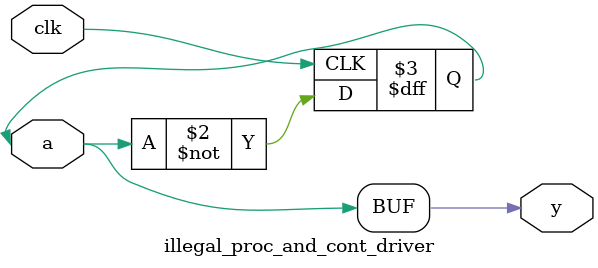
<source format=sv>
module illegal_proc_and_cont_driver (
  input logic clk,
  input logic a,
  output logic y
);
  assign y = a;
  always_ff @(posedge clk)
    y <= ~a;
endmodule

</source>
